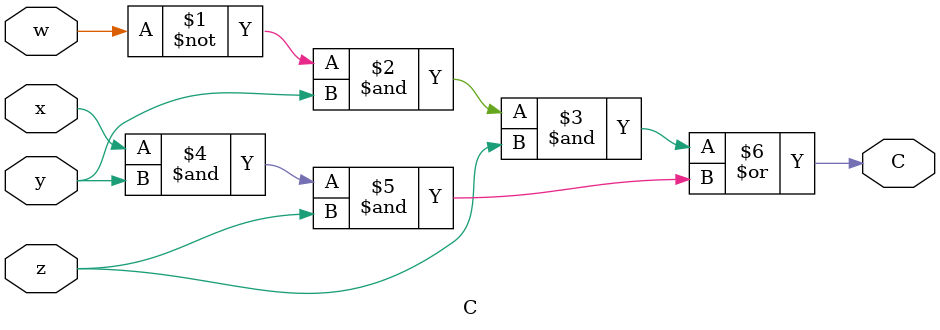
<source format=v>
module C(w,x,y,z,C);
	input w,x,y,z;
	output C;
	assign C=(~w&y&z)|(x&y&z);
endmodule

</source>
